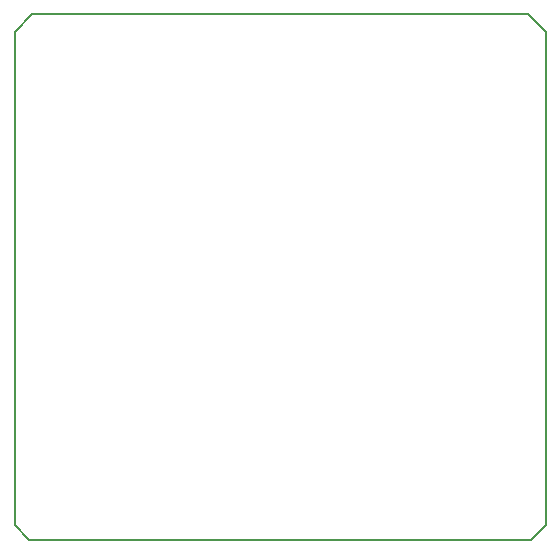
<source format=gm1>
G04*
G04 #@! TF.GenerationSoftware,Altium Limited,Altium Designer,21.0.9 (235)*
G04*
G04 Layer_Color=16711935*
%FSLAX25Y25*%
%MOIN*%
G70*
G04*
G04 #@! TF.SameCoordinates,F2DB6EBA-4697-400F-9171-178E4C064C3E*
G04*
G04*
G04 #@! TF.FilePolarity,Positive*
G04*
G01*
G75*
%ADD11C,0.00787*%
%ADD64C,0.00394*%
D11*
X123031Y222441D02*
X290354D01*
X295276Y227362D01*
Y391732D01*
X289370Y397638D02*
X295276Y391732D01*
X124016Y397638D02*
X289370D01*
X118110Y391732D02*
X124016Y397638D01*
X118110Y227362D02*
Y391732D01*
Y227362D02*
X123031Y222441D01*
D64*
X194035Y397835D02*
X230118D01*
M02*

</source>
